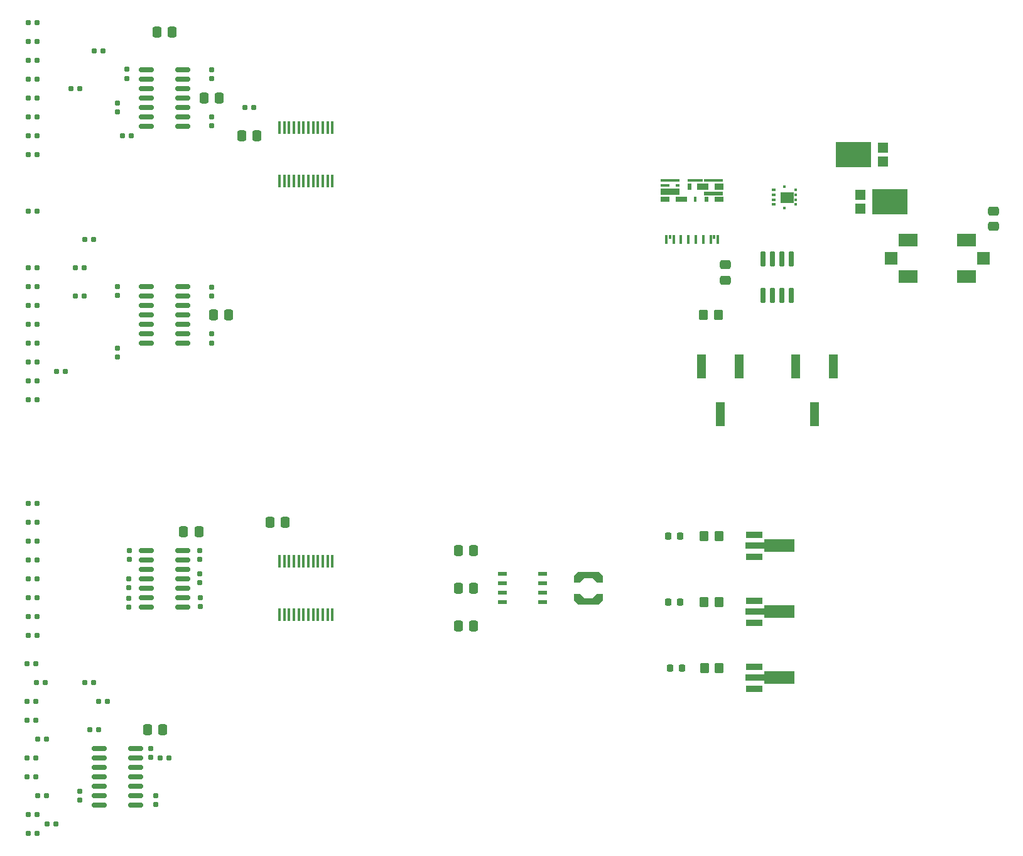
<source format=gtp>
%TF.GenerationSoftware,KiCad,Pcbnew,(6.0.4)*%
%TF.CreationDate,2023-01-14T20:05:48-08:00*%
%TF.ProjectId,fcp-control-pcb,6663702d-636f-46e7-9472-6f6c2d706362,rev?*%
%TF.SameCoordinates,Original*%
%TF.FileFunction,Paste,Top*%
%TF.FilePolarity,Positive*%
%FSLAX46Y46*%
G04 Gerber Fmt 4.6, Leading zero omitted, Abs format (unit mm)*
G04 Created by KiCad (PCBNEW (6.0.4)) date 2023-01-14 20:05:48*
%MOMM*%
%LPD*%
G01*
G04 APERTURE LIST*
G04 Aperture macros list*
%AMRoundRect*
0 Rectangle with rounded corners*
0 $1 Rounding radius*
0 $2 $3 $4 $5 $6 $7 $8 $9 X,Y pos of 4 corners*
0 Add a 4 corners polygon primitive as box body*
4,1,4,$2,$3,$4,$5,$6,$7,$8,$9,$2,$3,0*
0 Add four circle primitives for the rounded corners*
1,1,$1+$1,$2,$3*
1,1,$1+$1,$4,$5*
1,1,$1+$1,$6,$7*
1,1,$1+$1,$8,$9*
0 Add four rect primitives between the rounded corners*
20,1,$1+$1,$2,$3,$4,$5,0*
20,1,$1+$1,$4,$5,$6,$7,0*
20,1,$1+$1,$6,$7,$8,$9,0*
20,1,$1+$1,$8,$9,$2,$3,0*%
%AMFreePoly0*
4,1,11,1.015000,1.170000,0.435000,0.575000,0.435000,-0.575000,1.015000,-1.170000,1.015000,-1.945000,0.125000,-1.945000,-0.435000,-1.395000,-0.435000,1.395000,0.125000,1.945000,1.015000,1.945000,1.015000,1.170000,1.015000,1.170000,$1*%
%AMFreePoly1*
4,1,11,0.435000,1.395000,0.435000,-1.395000,-0.125000,-1.945000,-1.015000,-1.945000,-1.015000,-1.170000,-0.435000,-0.575000,-0.435000,0.575000,-1.015000,1.170000,-1.015000,1.945000,-0.125000,1.945000,0.435000,1.395000,0.435000,1.395000,$1*%
%AMFreePoly2*
4,1,9,5.362500,-0.866500,1.237500,-0.866500,1.237500,-0.450000,-1.237500,-0.450000,-1.237500,0.450000,1.237500,0.450000,1.237500,0.866500,5.362500,0.866500,5.362500,-0.866500,5.362500,-0.866500,$1*%
G04 Aperture macros list end*
%ADD10C,0.010000*%
%ADD11RoundRect,0.160000X0.197500X0.160000X-0.197500X0.160000X-0.197500X-0.160000X0.197500X-0.160000X0*%
%ADD12RoundRect,0.160000X-0.197500X-0.160000X0.197500X-0.160000X0.197500X0.160000X-0.197500X0.160000X0*%
%ADD13RoundRect,0.042000X0.258000X-0.943000X0.258000X0.943000X-0.258000X0.943000X-0.258000X-0.943000X0*%
%ADD14RoundRect,0.250000X-0.475000X0.337500X-0.475000X-0.337500X0.475000X-0.337500X0.475000X0.337500X0*%
%ADD15RoundRect,0.250000X0.337500X0.475000X-0.337500X0.475000X-0.337500X-0.475000X0.337500X-0.475000X0*%
%ADD16RoundRect,0.160000X-0.160000X0.197500X-0.160000X-0.197500X0.160000X-0.197500X0.160000X0.197500X0*%
%ADD17RoundRect,0.250000X-0.337500X-0.475000X0.337500X-0.475000X0.337500X0.475000X-0.337500X0.475000X0*%
%ADD18R,2.660000X1.700000*%
%ADD19R,1.700000X1.700000*%
%ADD20RoundRect,0.250000X-0.350000X-0.450000X0.350000X-0.450000X0.350000X0.450000X-0.350000X0.450000X0*%
%ADD21R,1.250000X0.600000*%
%ADD22R,4.860000X3.360000*%
%ADD23R,1.400000X1.390000*%
%ADD24RoundRect,0.160000X0.160000X-0.197500X0.160000X0.197500X-0.160000X0.197500X-0.160000X-0.197500X0*%
%ADD25RoundRect,0.150000X-0.825000X-0.150000X0.825000X-0.150000X0.825000X0.150000X-0.825000X0.150000X0*%
%ADD26R,0.450000X1.750000*%
%ADD27R,0.500000X0.863000*%
%ADD28R,0.300000X1.200000*%
%ADD29R,2.620000X0.400000*%
%ADD30R,1.600000X0.700000*%
%ADD31R,0.545000X0.700000*%
%ADD32R,1.225000X0.450000*%
%ADD33R,1.275000X0.863000*%
%ADD34R,2.620000X0.950000*%
%ADD35R,0.400000X0.500000*%
%ADD36R,2.055000X0.400000*%
%ADD37R,1.275000X0.700000*%
%ADD38R,2.570000X0.400000*%
%ADD39R,1.225000X0.700000*%
%ADD40R,0.595000X0.450000*%
%ADD41R,0.455000X0.700000*%
%ADD42R,2.570000X0.537000*%
%ADD43R,1.500000X0.863000*%
%ADD44FreePoly0,270.000000*%
%ADD45FreePoly1,270.000000*%
%ADD46RoundRect,0.250000X0.475000X-0.337500X0.475000X0.337500X-0.475000X0.337500X-0.475000X-0.337500X0*%
%ADD47RoundRect,0.218750X-0.218750X-0.256250X0.218750X-0.256250X0.218750X0.256250X-0.218750X0.256250X0*%
%ADD48R,2.300000X0.900000*%
%ADD49FreePoly2,0.000000*%
%ADD50R,1.190000X3.300000*%
%ADD51R,0.500000X0.350000*%
%ADD52R,0.300000X0.400000*%
%ADD53R,0.430000X0.380000*%
%ADD54RoundRect,0.150000X0.825000X0.150000X-0.825000X0.150000X-0.825000X-0.150000X0.825000X-0.150000X0*%
G04 APERTURE END LIST*
%TO.C,Q1*%
G36*
X167280888Y-62318685D02*
G01*
X165637388Y-62318685D01*
X165637388Y-60990485D01*
X167280888Y-60990485D01*
X167280888Y-62318685D01*
G37*
D10*
X167280888Y-62318685D02*
X165637388Y-62318685D01*
X165637388Y-60990485D01*
X167280888Y-60990485D01*
X167280888Y-62318685D01*
%TD*%
D11*
%TO.C,R19*%
X65199879Y-129540000D03*
X64004879Y-129540000D03*
%TD*%
D12*
%TO.C,R33*%
X66712500Y-146050000D03*
X67907500Y-146050000D03*
%TD*%
D13*
%TO.C,U2*%
X163195000Y-74860000D03*
X164465000Y-74860000D03*
X165735000Y-74860000D03*
X167005000Y-74860000D03*
X167005000Y-69920000D03*
X165735000Y-69920000D03*
X164465000Y-69920000D03*
X163195000Y-69920000D03*
%TD*%
D14*
%TO.C,C6*%
X158115000Y-70717500D03*
X158115000Y-72792500D03*
%TD*%
D15*
%TO.C,C3*%
X124227500Y-119380000D03*
X122152500Y-119380000D03*
%TD*%
D11*
%TO.C,R117*%
X65367500Y-55880000D03*
X64172500Y-55880000D03*
%TD*%
%TO.C,R114*%
X65367500Y-48260000D03*
X64172500Y-48260000D03*
%TD*%
D16*
%TO.C,R71*%
X87273583Y-109260843D03*
X87273583Y-110455843D03*
%TD*%
D17*
%TO.C,C19*%
X87862500Y-48260000D03*
X89937500Y-48260000D03*
%TD*%
D12*
%TO.C,R120*%
X93382500Y-49530000D03*
X94577500Y-49530000D03*
%TD*%
D18*
%TO.C,F1*%
X190623000Y-72300000D03*
D19*
X192913000Y-69850000D03*
D18*
X190623000Y-67400000D03*
X182795000Y-72300000D03*
D19*
X180505000Y-69850000D03*
D18*
X182795000Y-67400000D03*
%TD*%
D11*
%TO.C,R22*%
X65199879Y-139700000D03*
X64004879Y-139700000D03*
%TD*%
%TO.C,R112*%
X65367500Y-43180000D03*
X64172500Y-43180000D03*
%TD*%
%TO.C,R51*%
X65367500Y-105410000D03*
X64172500Y-105410000D03*
%TD*%
D12*
%TO.C,R121*%
X73062500Y-41910000D03*
X74257500Y-41910000D03*
%TD*%
D11*
%TO.C,R38*%
X73660000Y-133350000D03*
X72465000Y-133350000D03*
%TD*%
D20*
%TO.C,R8*%
X155315219Y-116205000D03*
X157315219Y-116205000D03*
%TD*%
D12*
%TO.C,R25*%
X81952500Y-137160000D03*
X83147500Y-137160000D03*
%TD*%
D21*
%TO.C,U1*%
X128110000Y-112395000D03*
X128110000Y-113665000D03*
X128110000Y-114935000D03*
X128110000Y-116205000D03*
X133510000Y-116205000D03*
X133510000Y-114935000D03*
X133510000Y-113665000D03*
X133510000Y-112395000D03*
%TD*%
D11*
%TO.C,R23*%
X65367500Y-147320000D03*
X64172500Y-147320000D03*
%TD*%
%TO.C,R87*%
X65367500Y-83820000D03*
X64172500Y-83820000D03*
%TD*%
D22*
%TO.C,D3*%
X175410000Y-55880000D03*
D23*
X179392000Y-54960000D03*
X179392000Y-56800000D03*
%TD*%
D11*
%TO.C,R57*%
X65367500Y-120650000D03*
X64172500Y-120650000D03*
%TD*%
%TO.C,R82*%
X65367500Y-71120000D03*
X64172500Y-71120000D03*
%TD*%
%TO.C,R116*%
X65367500Y-53340000D03*
X64172500Y-53340000D03*
%TD*%
D24*
%TO.C,R65*%
X77708283Y-114218888D03*
X77708283Y-113023888D03*
%TD*%
D17*
%TO.C,C22*%
X89132500Y-77470000D03*
X91207500Y-77470000D03*
%TD*%
D24*
%TO.C,R123*%
X76200000Y-50127500D03*
X76200000Y-48932500D03*
%TD*%
D16*
%TO.C,R41*%
X80662804Y-135924390D03*
X80662804Y-137119390D03*
%TD*%
D11*
%TO.C,R129*%
X78067500Y-53340000D03*
X76872500Y-53340000D03*
%TD*%
%TO.C,R85*%
X65367500Y-78740000D03*
X64172500Y-78740000D03*
%TD*%
%TO.C,R54*%
X65367500Y-113030000D03*
X64172500Y-113030000D03*
%TD*%
%TO.C,R115*%
X65367500Y-50800000D03*
X64172500Y-50800000D03*
%TD*%
D22*
%TO.C,D4*%
X180340000Y-62230000D03*
D23*
X176358000Y-61310000D03*
X176358000Y-63150000D03*
%TD*%
D25*
%TO.C,U6*%
X73725000Y-135890000D03*
X73725000Y-137160000D03*
X73725000Y-138430000D03*
X73725000Y-139700000D03*
X73725000Y-140970000D03*
X73725000Y-142240000D03*
X73725000Y-143510000D03*
X78675000Y-143510000D03*
X78675000Y-142240000D03*
X78675000Y-140970000D03*
X78675000Y-139700000D03*
X78675000Y-138430000D03*
X78675000Y-137160000D03*
X78675000Y-135890000D03*
%TD*%
D11*
%TO.C,R31*%
X66637500Y-134620000D03*
X65442500Y-134620000D03*
%TD*%
D16*
%TO.C,R128*%
X77495038Y-44420213D03*
X77495038Y-45615213D03*
%TD*%
D26*
%TO.C,U14*%
X98025000Y-117900000D03*
X98675000Y-117900000D03*
X99325000Y-117900000D03*
X99975000Y-117900000D03*
X100625000Y-117900000D03*
X101275000Y-117900000D03*
X101925000Y-117900000D03*
X102575000Y-117900000D03*
X103225000Y-117900000D03*
X103875000Y-117900000D03*
X104525000Y-117900000D03*
X105175000Y-117900000D03*
X105175000Y-110700000D03*
X104525000Y-110700000D03*
X103875000Y-110700000D03*
X103225000Y-110700000D03*
X102575000Y-110700000D03*
X101925000Y-110700000D03*
X101275000Y-110700000D03*
X100625000Y-110700000D03*
X99975000Y-110700000D03*
X99325000Y-110700000D03*
X98675000Y-110700000D03*
X98025000Y-110700000D03*
%TD*%
D27*
%TO.C,U3*%
X153295000Y-60220500D03*
D28*
X152170000Y-67300000D03*
X156170000Y-67300000D03*
D29*
X150730000Y-59389000D03*
D30*
X152245000Y-61939000D03*
D31*
X155572500Y-61939000D03*
D32*
X150032500Y-60014000D03*
D28*
X150170000Y-67300000D03*
D33*
X157282500Y-60220500D03*
D28*
X155170000Y-67300000D03*
X151170000Y-67300000D03*
X157170000Y-67300000D03*
D34*
X150730000Y-60914000D03*
D35*
X150670000Y-66990000D03*
D36*
X154072500Y-59389000D03*
D37*
X157282500Y-61939000D03*
D28*
X151170000Y-67300000D03*
D35*
X156670000Y-66990000D03*
D38*
X156585000Y-59389000D03*
D28*
X153170000Y-67300000D03*
D39*
X150032500Y-61939000D03*
D40*
X151742500Y-60014000D03*
D28*
X154170000Y-67300000D03*
D41*
X154072500Y-61939000D03*
D42*
X156585000Y-61120500D03*
D43*
X155095000Y-60220500D03*
%TD*%
D11*
%TO.C,R28*%
X74855000Y-129540000D03*
X73660000Y-129540000D03*
%TD*%
D12*
%TO.C,R94*%
X70522500Y-71120000D03*
X71717500Y-71120000D03*
%TD*%
D44*
%TO.C,L1*%
X139700000Y-112535000D03*
D45*
X139700000Y-116065000D03*
%TD*%
D24*
%TO.C,R126*%
X88900000Y-51995000D03*
X88900000Y-50800000D03*
%TD*%
D46*
%TO.C,C5*%
X194310000Y-65575000D03*
X194310000Y-63500000D03*
%TD*%
D24*
%TO.C,R102*%
X88900000Y-81261902D03*
X88900000Y-80066902D03*
%TD*%
D26*
%TO.C,U13*%
X98025000Y-59480000D03*
X98675000Y-59480000D03*
X99325000Y-59480000D03*
X99975000Y-59480000D03*
X100625000Y-59480000D03*
X101275000Y-59480000D03*
X101925000Y-59480000D03*
X102575000Y-59480000D03*
X103225000Y-59480000D03*
X103875000Y-59480000D03*
X104525000Y-59480000D03*
X105175000Y-59480000D03*
X105175000Y-52280000D03*
X104525000Y-52280000D03*
X103875000Y-52280000D03*
X103225000Y-52280000D03*
X102575000Y-52280000D03*
X101925000Y-52280000D03*
X101275000Y-52280000D03*
X100625000Y-52280000D03*
X99975000Y-52280000D03*
X99325000Y-52280000D03*
X98675000Y-52280000D03*
X98025000Y-52280000D03*
%TD*%
D20*
%TO.C,R1*%
X155210000Y-77470000D03*
X157210000Y-77470000D03*
%TD*%
D11*
%TO.C,R27*%
X72987500Y-127000000D03*
X71792500Y-127000000D03*
%TD*%
%TO.C,R18*%
X65199879Y-124460000D03*
X64004879Y-124460000D03*
%TD*%
%TO.C,R50*%
X65367500Y-102870000D03*
X64172500Y-102870000D03*
%TD*%
D24*
%TO.C,R40*%
X81338780Y-143469390D03*
X81338780Y-142274390D03*
%TD*%
D11*
%TO.C,R86*%
X65367500Y-81280000D03*
X64172500Y-81280000D03*
%TD*%
D24*
%TO.C,R70*%
X87342249Y-116789956D03*
X87342249Y-115594956D03*
%TD*%
D47*
%TO.C,D7*%
X150737281Y-125095000D03*
X152312281Y-125095000D03*
%TD*%
D20*
%TO.C,R9*%
X155315219Y-107315000D03*
X157315219Y-107315000D03*
%TD*%
D16*
%TO.C,R104*%
X76200000Y-73678097D03*
X76200000Y-74873097D03*
%TD*%
D12*
%TO.C,R122*%
X69925000Y-46990000D03*
X71120000Y-46990000D03*
%TD*%
D11*
%TO.C,R88*%
X65367500Y-86360000D03*
X64172500Y-86360000D03*
%TD*%
D47*
%TO.C,D8*%
X150457500Y-116205000D03*
X152032500Y-116205000D03*
%TD*%
D11*
%TO.C,R56*%
X65367500Y-118110000D03*
X64172500Y-118110000D03*
%TD*%
%TO.C,R113*%
X65367500Y-45720000D03*
X64172500Y-45720000D03*
%TD*%
%TO.C,R55*%
X65367500Y-115570000D03*
X64172500Y-115570000D03*
%TD*%
D48*
%TO.C,Q3*%
X162005000Y-115975000D03*
D49*
X162092500Y-117475000D03*
D48*
X162005000Y-118975000D03*
%TD*%
D24*
%TO.C,R73*%
X77707418Y-116830577D03*
X77707418Y-115635577D03*
%TD*%
D48*
%TO.C,Q4*%
X162005000Y-107085000D03*
D49*
X162092500Y-108585000D03*
D48*
X162005000Y-110085000D03*
%TD*%
D17*
%TO.C,C17*%
X96752500Y-105410000D03*
X98827500Y-105410000D03*
%TD*%
D50*
%TO.C,RV2*%
X172720000Y-84430000D03*
X170180000Y-90830000D03*
X167640000Y-84430000D03*
%TD*%
D11*
%TO.C,R89*%
X65367500Y-88900000D03*
X64172500Y-88900000D03*
%TD*%
D47*
%TO.C,D9*%
X150457500Y-107315000D03*
X152032500Y-107315000D03*
%TD*%
D12*
%TO.C,R95*%
X70522500Y-74930000D03*
X71717500Y-74930000D03*
%TD*%
D51*
%TO.C,Q1*%
X164699138Y-60679585D03*
X164699138Y-61329585D03*
X164699138Y-61979585D03*
X164699138Y-62629585D03*
D52*
X167599138Y-62629585D03*
X167599138Y-61979585D03*
X167599138Y-61329585D03*
X167599138Y-60679585D03*
D53*
X166099138Y-60239585D03*
X166099138Y-63069585D03*
%TD*%
D48*
%TO.C,Q2*%
X162014781Y-124865000D03*
D49*
X162102281Y-126365000D03*
D48*
X162014781Y-127865000D03*
%TD*%
D17*
%TO.C,C20*%
X80242500Y-133350000D03*
X82317500Y-133350000D03*
%TD*%
D11*
%TO.C,R32*%
X66637500Y-142240000D03*
X65442500Y-142240000D03*
%TD*%
%TO.C,R24*%
X65367500Y-144780000D03*
X64172500Y-144780000D03*
%TD*%
D54*
%TO.C,U10*%
X85025000Y-81280000D03*
X85025000Y-80010000D03*
X85025000Y-78740000D03*
X85025000Y-77470000D03*
X85025000Y-76200000D03*
X85025000Y-74930000D03*
X85025000Y-73660000D03*
X80075000Y-73660000D03*
X80075000Y-74930000D03*
X80075000Y-76200000D03*
X80075000Y-77470000D03*
X80075000Y-78740000D03*
X80075000Y-80010000D03*
X80075000Y-81280000D03*
%TD*%
D11*
%TO.C,R52*%
X65367500Y-107950000D03*
X64172500Y-107950000D03*
%TD*%
D17*
%TO.C,C14*%
X85090000Y-106680000D03*
X87165000Y-106680000D03*
%TD*%
D54*
%TO.C,U8*%
X85025000Y-116840000D03*
X85025000Y-115570000D03*
X85025000Y-114300000D03*
X85025000Y-113030000D03*
X85025000Y-111760000D03*
X85025000Y-110490000D03*
X85025000Y-109220000D03*
X80075000Y-109220000D03*
X80075000Y-110490000D03*
X80075000Y-111760000D03*
X80075000Y-113030000D03*
X80075000Y-114300000D03*
X80075000Y-115570000D03*
X80075000Y-116840000D03*
%TD*%
D24*
%TO.C,R105*%
X76200000Y-83147500D03*
X76200000Y-81952500D03*
%TD*%
D11*
%TO.C,R110*%
X65367500Y-38100000D03*
X64172500Y-38100000D03*
%TD*%
D20*
%TO.C,R7*%
X155325000Y-125095000D03*
X157325000Y-125095000D03*
%TD*%
D15*
%TO.C,C2*%
X124227500Y-114300000D03*
X122152500Y-114300000D03*
%TD*%
D12*
%TO.C,R93*%
X71792500Y-67310000D03*
X72987500Y-67310000D03*
%TD*%
D11*
%TO.C,R83*%
X65367500Y-73660000D03*
X64172500Y-73660000D03*
%TD*%
D50*
%TO.C,RV1*%
X160020000Y-84430000D03*
X157480000Y-90830000D03*
X154940000Y-84430000D03*
%TD*%
D15*
%TO.C,C16*%
X95017500Y-53340000D03*
X92942500Y-53340000D03*
%TD*%
%TO.C,C1*%
X124227500Y-109220000D03*
X122152500Y-109220000D03*
%TD*%
D11*
%TO.C,R20*%
X65199879Y-132080000D03*
X64004879Y-132080000D03*
%TD*%
D16*
%TO.C,R72*%
X77778602Y-109238910D03*
X77778602Y-110433910D03*
%TD*%
D24*
%TO.C,R62*%
X87285662Y-113558113D03*
X87285662Y-112363113D03*
%TD*%
D11*
%TO.C,R53*%
X65367500Y-110490000D03*
X64172500Y-110490000D03*
%TD*%
D17*
%TO.C,C18*%
X81512500Y-39370000D03*
X83587500Y-39370000D03*
%TD*%
D24*
%TO.C,R39*%
X71120000Y-142837500D03*
X71120000Y-141642500D03*
%TD*%
D11*
%TO.C,R30*%
X66469879Y-127000000D03*
X65274879Y-127000000D03*
%TD*%
%TO.C,R84*%
X65367500Y-76200000D03*
X64172500Y-76200000D03*
%TD*%
%TO.C,R111*%
X65367500Y-40640000D03*
X64172500Y-40640000D03*
%TD*%
D54*
%TO.C,U12*%
X85025000Y-52070000D03*
X85025000Y-50800000D03*
X85025000Y-49530000D03*
X85025000Y-48260000D03*
X85025000Y-46990000D03*
X85025000Y-45720000D03*
X85025000Y-44450000D03*
X80075000Y-44450000D03*
X80075000Y-45720000D03*
X80075000Y-46990000D03*
X80075000Y-48260000D03*
X80075000Y-49530000D03*
X80075000Y-50800000D03*
X80075000Y-52070000D03*
%TD*%
D11*
%TO.C,R92*%
X65367500Y-63500000D03*
X64172500Y-63500000D03*
%TD*%
D16*
%TO.C,R103*%
X88900000Y-73735000D03*
X88900000Y-74930000D03*
%TD*%
D11*
%TO.C,R21*%
X65199879Y-137160000D03*
X64004879Y-137160000D03*
%TD*%
D16*
%TO.C,R127*%
X88900000Y-44484058D03*
X88900000Y-45679058D03*
%TD*%
D11*
%TO.C,R97*%
X69177500Y-85090000D03*
X67982500Y-85090000D03*
%TD*%
M02*

</source>
